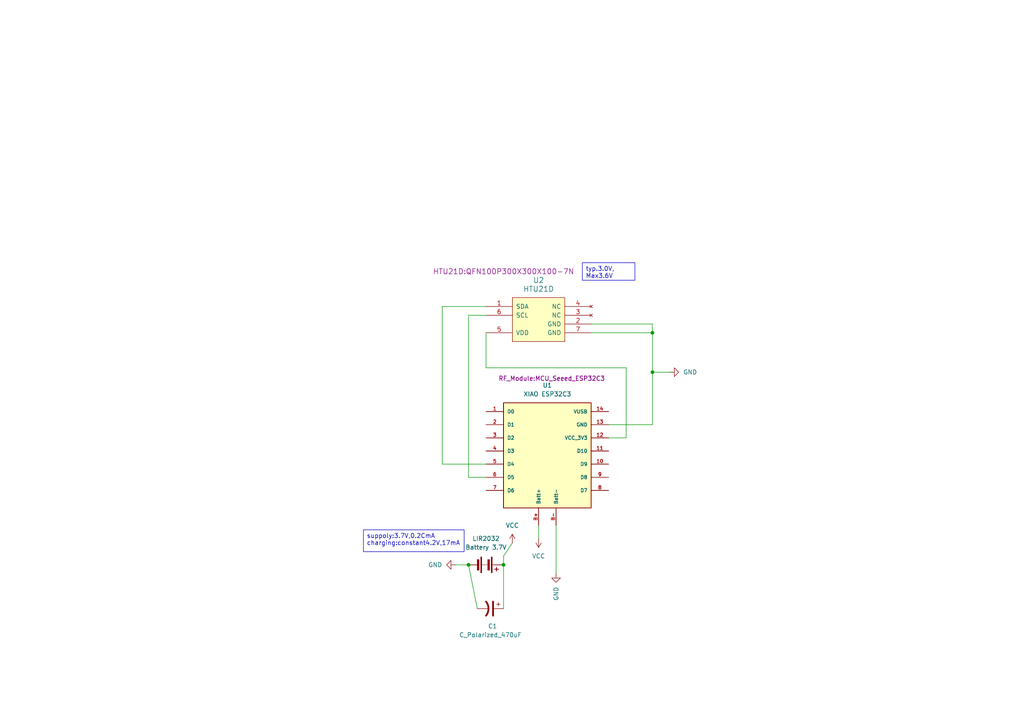
<source format=kicad_sch>
(kicad_sch (version 20250114) (generator "eeschema") (generator_version "9.0")
  (paper "A4")
  (title_block (title "YewenZhou_514sensor") (date "2026-02-04") (rev "v1.0"))
  (lib_symbols
    (symbol "Device:Battery" (pin_numbers (hide yes)) (pin_names (offset 0) (hide yes))
      (property "Reference" "Lipo" (at 2.54 2.54 0))
      (property "Value" "Battery" (at 2.54 0 0))
      (symbol "Battery_0_1"
        (rectangle (start -2.286 1.778) (end 2.286 1.524) (fill (type outline)))
        (rectangle (start -2.286 -1.27) (end 2.286 -1.524) (fill (type outline)))
        (rectangle (start -1.524 1.016) (end 1.524 0.508) (fill (type outline)))
        (rectangle (start -1.524 -2.032) (end 1.524 -2.54) (fill (type outline)))
        (polyline (pts (xy 0 1.778) (xy 0 2.54)))
        (polyline (pts (xy 0 0) (xy 0 0.254)))
        (polyline (pts (xy 0 -0.508) (xy 0 -0.254)))
        (polyline (pts (xy 0 -1.016) (xy 0 -0.762)))
        (polyline (pts (xy 0.762 3.048) (xy 1.778 3.048)) (stroke (width 0.254)))
        (polyline (pts (xy 1.27 3.556) (xy 1.27 2.54)) (stroke (width 0.254)))
      )
      (symbol "Battery_1_1"
        (pin passive line (at 0 5.08 270) (length 2.54) (name "+") (number "1"))
        (pin passive line (at 0 -5.08 90) (length 2.54) (name "-") (number "2"))
      )
    )
    (symbol "Device:C_Polarized_US" (pin_numbers (hide yes)) (pin_names (offset 0.254) (hide yes))
      (property "Reference" "C" (at 0.635 2.54 0))
      (property "Value" "C_Polarized_US" (at 0.635 -2.54 0))
      (symbol "C_Polarized_US_0_1"
        (polyline (pts (xy -2.032 0.762) (xy 2.032 0.762)) (stroke (width 0.508)))
        (polyline (pts (xy -1.778 2.286) (xy -0.762 2.286)))
        (polyline (pts (xy -1.27 1.778) (xy -1.27 2.794)))
        (arc (start -2.032 -1.27) (mid 0 -0.5572) (end 2.032 -1.27) (stroke (width 0.508)))
      )
      (symbol "C_Polarized_US_1_1"
        (pin passive line (at 0 3.81 270) (length 2.794) (name "~") (number "1"))
        (pin passive line (at 0 -3.81 90) (length 3.302) (name "~") (number "2"))
      )
    )
    (symbol "New_Library:HTU21D" (pin_names (offset 1.016))
      (property "Reference" "U" (at -3.81 3.81 0))
      (property "Value" "HTU21D" (at 6.35 -11.43 0))
      (symbol "HTU21D_0_1"
        (rectangle (start -5.08 2.54) (end 10.16 -10.16) (fill (type background)))
      )
      (symbol "HTU21D_1_1"
        (pin input line (at -12.7 0 0) (length 7.62) (name "SDA") (number "1"))
        (pin input line (at -12.7 -2.54 0) (length 7.62) (name "SCL") (number "6"))
        (pin input line (at -12.7 -7.62 0) (length 7.62) (name "VDD") (number "5"))
        (pin no_connect line (at 17.78 0 180) (length 7.62) (name "NC") (number "4"))
        (pin no_connect line (at 17.78 -2.54 180) (length 7.62) (name "NC") (number "3"))
        (pin input line (at 17.78 -5.08 180) (length 7.62) (name "GND") (number "2"))
        (pin input line (at 17.78 -7.62 180) (length 7.62) (name "GND") (number "7"))
      )
    )
    (symbol "power:GND" (power) (pin_numbers (hide yes)) (pin_names (offset 0) (hide yes))
      (property "Value" "GND" (at 0 -3.81 0))
      (symbol "GND_0_1"
        (polyline (pts (xy 0 0) (xy 0 -1.27) (xy 1.27 -1.27) (xy 0 -2.54) (xy -1.27 -1.27) (xy 0 -1.27)))
      )
      (symbol "GND_1_1"
        (pin power_in line (at 0 0 270) (length 0) (name "~") (number "1"))
      )
    )
    (symbol "power:VCC" (power) (pin_numbers (hide yes)) (pin_names (offset 0) (hide yes))
      (property "Value" "VCC" (at 0 3.556 0))
      (symbol "VCC_0_1"
        (polyline (pts (xy -0.762 1.27) (xy 0 2.54)))
        (polyline (pts (xy 0 2.54) (xy 0.762 1.27)))
        (polyline (pts (xy 0 0) (xy 0 2.54)))
      )
      (symbol "VCC_1_1"
        (pin power_in line (at 0 0 90) (length 0) (name "~") (number "1"))
      )
    )
    (symbol "xiao_esp32c3:XIAO ESP32C3" (pin_names (offset 1.016))
      (property "Reference" "U" (at -12.7 16.002 0))
      (property "Value" "XIAO ESP32C3" (at 7.62 -19.05 0))
      (symbol "XIAO ESP32C3_0_0"
        (rectangle (start -12.7 15.24) (end 12.7 -15.24) (stroke (width 0.254)) (fill (type background)))
        (pin bidirectional line (at -17.78 12.7 0) (length 5.08) (name "D0") (number "1"))
        (pin bidirectional line (at -17.78 8.89 0) (length 5.08) (name "D1") (number "2"))
        (pin bidirectional line (at -17.78 5.08 0) (length 5.08) (name "D2") (number "3"))
        (pin bidirectional line (at -17.78 1.27 0) (length 5.08) (name "D3") (number "4"))
        (pin bidirectional line (at -17.78 -2.54 0) (length 5.08) (name "D4") (number "5"))
        (pin bidirectional line (at -17.78 -6.35 0) (length 5.08) (name "D5") (number "6"))
        (pin power_in line (at 17.78 12.7 180) (length 5.08) (name "VUSB") (number "14"))
        (pin power_in line (at 17.78 8.89 180) (length 5.08) (name "GND") (number "13"))
        (pin power_in line (at 17.78 5.08 180) (length 5.08) (name "VCC_3V3") (number "12"))
        (pin bidirectional line (at 17.78 1.27 180) (length 5.08) (name "D10") (number "11"))
        (pin bidirectional line (at 17.78 -2.54 180) (length 5.08) (name "D9") (number "10"))
        (pin bidirectional line (at 17.78 -6.35 180) (length 5.08) (name "D8") (number "9"))
      )
      (symbol "XIAO ESP32C3_1_0"
        (pin bidirectional line (at -17.78 -10.16 0) (length 5.08) (name "D6") (number "7"))
        (pin power_in line (at -2.54 -20.32 90) (length 5.08) (name "Batt+") (number "B+"))
        (pin power_in line (at 2.54 -20.32 90) (length 5.08) (name "Batt-") (number "B-"))
        (pin bidirectional line (at 17.78 -10.16 180) (length 5.08) (name "D7") (number "8"))
      )
    )
  )
  (text_box "suppoly:3.7V,0.2CmA\ncharging:constant4.2V,17mA" (at 105.41 153.67 0) (size 29.21 6.35) (margins 0.9525 0.9525 0.9525 0.9525) (effects (font (size 1.27 1.27)) (justify left top)))
  (text_box "typ.3.0V, Max3.6V" (at 168.91 76.2 0) (size 15.24 5.08) (margins 0.9525 0.9525 0.9525 0.9525) (effects (font (size 1.27 1.27)) (justify left top)))
  (junction (at 146.05 163.83))
  (junction (at 189.23 107.95))
  (junction (at 135.89 163.83))
  (junction (at 189.23 96.52))
  (wire (pts (xy 156.21 156.21) (xy 156.21 152.4)))
  (wire (pts (xy 138.43 176.53) (xy 135.89 163.83)))
  (wire (pts (xy 140.97 88.9) (xy 128.27 88.9)))
  (wire (pts (xy 181.61 127) (xy 176.53 127)))
  (wire (pts (xy 161.29 166.37) (xy 161.29 152.4)))
  (wire (pts (xy 194.31 107.95) (xy 189.23 107.95)))
  (wire (pts (xy 171.45 96.52) (xy 189.23 96.52)))
  (wire (pts (xy 135.89 138.43) (xy 140.97 138.43)))
  (wire (pts (xy 128.27 88.9) (xy 128.27 134.62)))
  (wire (pts (xy 189.23 93.98) (xy 189.23 96.52)))
  (wire (pts (xy 128.27 134.62) (xy 140.97 134.62)))
  (wire (pts (xy 132.08 163.83) (xy 135.89 163.83)))
  (wire (pts (xy 146.05 163.83) (xy 146.05 161.29)))
  (wire (pts (xy 171.45 93.98) (xy 189.23 93.98)))
  (wire (pts (xy 189.23 96.52) (xy 189.23 107.95)))
  (wire (pts (xy 135.89 91.44) (xy 135.89 138.43)))
  (wire (pts (xy 189.23 123.19) (xy 176.53 123.19)))
  (wire (pts (xy 146.05 161.29) (xy 148.59 157.48)))
  (wire (pts (xy 181.61 106.68) (xy 181.61 127)))
  (wire (pts (xy 146.05 176.53) (xy 146.05 163.83)))
  (wire (pts (xy 140.97 106.68) (xy 181.61 106.68)))
  (wire (pts (xy 189.23 107.95) (xy 189.23 123.19)))
  (wire (pts (xy 140.97 96.52) (xy 140.97 106.68)))
  (wire (pts (xy 140.97 91.44) (xy 135.89 91.44)))
  (symbol (lib_id "Device:C_Polarized_US") (at 142.24 176.53 270) (unit 1)
    (property "Reference" "C1" (at 142.875 181.61 90))
    (property "Value" "C_Polarized_470uF" (at 142.24 184.15 90))
    (property "Footprint" "Capacitor_Tantalum_SMD:CP_EIA-6032-28_Kemet-C_HandSolder" (effects (hide yes)))
    (property "Description" "Polarized capacitor, US symbol" (effects (hide yes)))
  )
  (symbol (lib_id "Device:Battery") (at 140.97 163.83 270) (unit 1)
    (property "Reference" "LIR2032" (at 140.97 156.21 90))
    (property "Value" "Battery 3.7V" (at 140.97 158.75 90))
    (property "Footprint" "Battery:BatteryHolder_Keystone_1057_1x2032" (effects (hide yes)))
    (property "Description" "Multiple-cell battery" (effects (hide yes)))
  )
  (symbol (lib_id "power:GND") (at 132.08 163.83 270) (unit 1)
    (property "Reference" "#PWR03" (effects (hide yes)))
    (property "Value" "GND" (at 128.27 163.8301 90) (effects (justify right)))
    (property "Description" "Power symbol creates a global label with name \"GND\" , ground" (effects (hide yes)))
  )
  (symbol (lib_id "New_Library:HTU21D") (at 153.67 88.9 0) (unit 1)
    (property "Reference" "U2" (at 156.21 81.28 0) (effects (font (size 1.524 1.524))))
    (property "Value" "HTU21D" (at 156.21 83.82 0) (effects (font (size 1.524 1.524))))
    (property "Footprint" "HTU21D:QFN100P300X300X100-7N" (at 146.05 78.74 0) (effects (font (size 1.524 1.524))))
  )
  (symbol (lib_id "power:GND") (at 161.29 166.37 0) (unit 1)
    (property "Reference" "#PWR02" (effects (hide yes)))
    (property "Value" "GND" (at 161.2901 170.18 90) (effects (justify right)))
    (property "Description" "Power symbol creates a global label with name \"GND\" , ground" (effects (hide yes)))
  )
  (symbol (lib_id "power:VCC") (at 156.21 156.21 0) (mirror x) (unit 1)
    (property "Reference" "#PWR05" (effects (hide yes)))
    (property "Value" "VCC" (at 156.21 161.29 0))
    (property "Description" "Power symbol creates a global label with name \"VCC\"" (effects (hide yes)))
  )
  (symbol (lib_id "power:GND") (at 194.31 107.95 90) (unit 1)
    (property "Reference" "#PWR01" (effects (hide yes)))
    (property "Value" "GND" (at 198.12 107.9499 90) (effects (justify right)))
    (property "Description" "Power symbol creates a global label with name \"GND\" , ground" (effects (hide yes)))
  )
  (symbol (lib_id "power:VCC") (at 148.59 157.48 0) (unit 1)
    (property "Reference" "#PWR04" (effects (hide yes)))
    (property "Value" "VCC" (at 148.59 152.4 0))
    (property "Description" "Power symbol creates a global label with name \"VCC\"" (effects (hide yes)))
  )
  (symbol (lib_id "xiao_esp32c3:XIAO ESP32C3") (at 158.75 132.08 0) (unit 1)
    (property "Reference" "U1" (at 158.75 111.76 0))
    (property "Value" "XIAO ESP32C3" (at 158.75 114.3 0))
    (property "Footprint" "RF_Module:MCU_Seeed_ESP32C3" (at 160.02 110.49 0) (effects (justify bottom)))
    (property "Datasheet" "https://files.seeedstudio.com/wiki/Seeed-Studio-XIAO-ESP32/esp32-c3_datasheet.pdf" (effects (hide yes)))
    (property "Description" "ESP32C3 Transceiver Evaluation Board" (effects (hide yes)))
    (property "MANUFACTURER" "Seeed Technology" (effects (hide yes)))
  )
)
</source>
